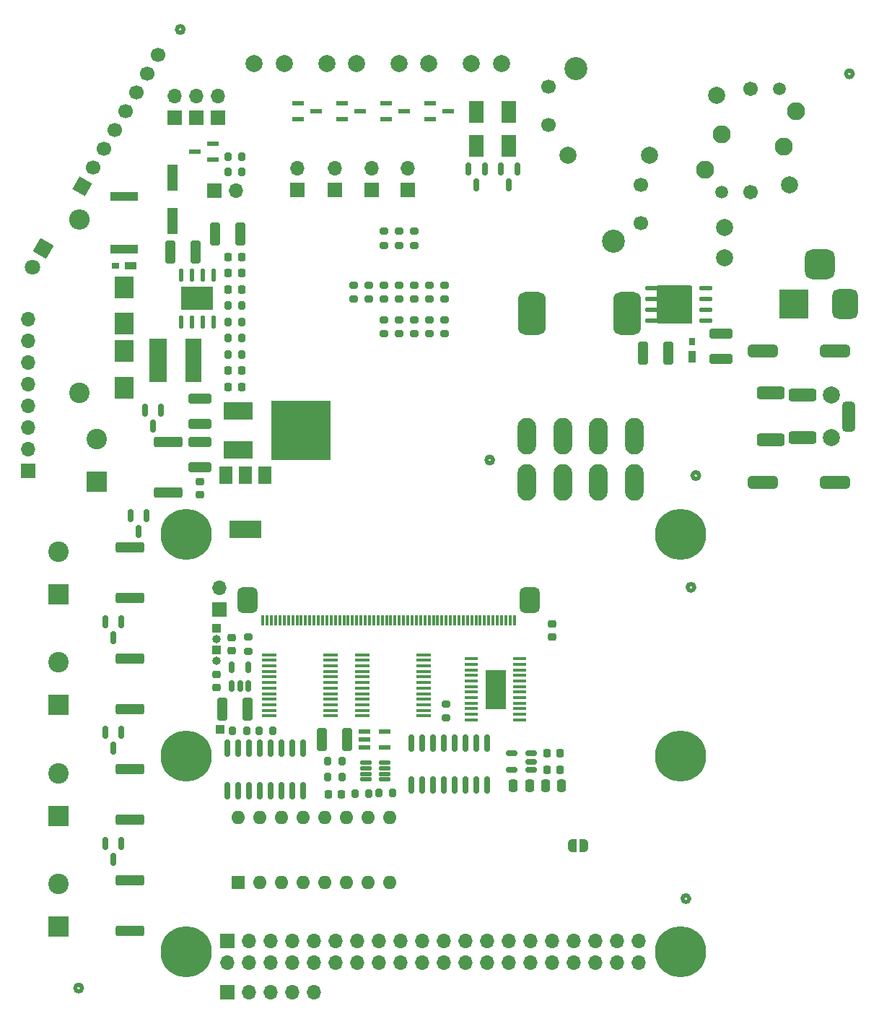
<source format=gts>
G04 #@! TF.GenerationSoftware,KiCad,Pcbnew,(6.0.5-0)*
G04 #@! TF.CreationDate,2022-10-21T13:34:59+09:00*
G04 #@! TF.ProjectId,qPCR-main,71504352-2d6d-4616-996e-2e6b69636164,rev?*
G04 #@! TF.SameCoordinates,Original*
G04 #@! TF.FileFunction,Soldermask,Top*
G04 #@! TF.FilePolarity,Negative*
%FSLAX46Y46*%
G04 Gerber Fmt 4.6, Leading zero omitted, Abs format (unit mm)*
G04 Created by KiCad (PCBNEW (6.0.5-0)) date 2022-10-21 13:34:59*
%MOMM*%
%LPD*%
G01*
G04 APERTURE LIST*
G04 Aperture macros list*
%AMRoundRect*
0 Rectangle with rounded corners*
0 $1 Rounding radius*
0 $2 $3 $4 $5 $6 $7 $8 $9 X,Y pos of 4 corners*
0 Add a 4 corners polygon primitive as box body*
4,1,4,$2,$3,$4,$5,$6,$7,$8,$9,$2,$3,0*
0 Add four circle primitives for the rounded corners*
1,1,$1+$1,$2,$3*
1,1,$1+$1,$4,$5*
1,1,$1+$1,$6,$7*
1,1,$1+$1,$8,$9*
0 Add four rect primitives between the rounded corners*
20,1,$1+$1,$2,$3,$4,$5,0*
20,1,$1+$1,$4,$5,$6,$7,0*
20,1,$1+$1,$6,$7,$8,$9,0*
20,1,$1+$1,$8,$9,$2,$3,0*%
%AMHorizOval*
0 Thick line with rounded ends*
0 $1 width*
0 $2 $3 position (X,Y) of the first rounded end (center of the circle)*
0 $4 $5 position (X,Y) of the second rounded end (center of the circle)*
0 Add line between two ends*
20,1,$1,$2,$3,$4,$5,0*
0 Add two circle primitives to create the rounded ends*
1,1,$1,$2,$3*
1,1,$1,$4,$5*%
%AMRotRect*
0 Rectangle, with rotation*
0 The origin of the aperture is its center*
0 $1 length*
0 $2 width*
0 $3 Rotation angle, in degrees counterclockwise*
0 Add horizontal line*
21,1,$1,$2,0,0,$3*%
%AMFreePoly0*
4,1,22,0.500000,-0.750000,0.000000,-0.750000,0.000000,-0.745033,-0.079941,-0.743568,-0.215256,-0.701293,-0.333266,-0.622738,-0.424486,-0.514219,-0.481581,-0.384460,-0.499164,-0.250000,-0.500000,-0.250000,-0.500000,0.250000,-0.499164,0.250000,-0.499963,0.256109,-0.478152,0.396186,-0.417904,0.524511,-0.324060,0.630769,-0.204165,0.706417,-0.067858,0.745374,0.000000,0.744959,0.000000,0.750000,
0.500000,0.750000,0.500000,-0.750000,0.500000,-0.750000,$1*%
%AMFreePoly1*
4,1,20,0.000000,0.744959,0.073905,0.744508,0.209726,0.703889,0.328688,0.626782,0.421226,0.519385,0.479903,0.390333,0.500000,0.250000,0.500000,-0.250000,0.499851,-0.262216,0.476331,-0.402017,0.414519,-0.529596,0.319384,-0.634700,0.198574,-0.708877,0.061801,-0.746166,0.000000,-0.745033,0.000000,-0.750000,-0.500000,-0.750000,-0.500000,0.750000,0.000000,0.750000,0.000000,0.744959,
0.000000,0.744959,$1*%
G04 Aperture macros list end*
%ADD10C,0.475000*%
%ADD11C,0.100000*%
%ADD12R,1.700000X1.700000*%
%ADD13O,1.700000X1.700000*%
%ADD14RotRect,1.800000X1.800000X240.000000*%
%ADD15C,1.800000*%
%ADD16RotRect,1.700000X1.700000X150.000000*%
%ADD17HorizOval,1.700000X0.000000X0.000000X0.000000X0.000000X0*%
%ADD18C,2.000000*%
%ADD19FreePoly0,180.000000*%
%ADD20FreePoly1,180.000000*%
%ADD21RoundRect,0.150000X-0.150000X0.587500X-0.150000X-0.587500X0.150000X-0.587500X0.150000X0.587500X0*%
%ADD22R,2.400000X2.400000*%
%ADD23C,2.400000*%
%ADD24RoundRect,0.250000X-0.250000X-0.475000X0.250000X-0.475000X0.250000X0.475000X-0.250000X0.475000X0*%
%ADD25R,2.300000X2.500000*%
%ADD26RoundRect,0.250000X-1.425000X0.362500X-1.425000X-0.362500X1.425000X-0.362500X1.425000X0.362500X0*%
%ADD27R,3.200000X1.000000*%
%ADD28R,1.900000X5.100000*%
%ADD29R,2.100000X5.100000*%
%ADD30RoundRect,0.225000X0.225000X0.250000X-0.225000X0.250000X-0.225000X-0.250000X0.225000X-0.250000X0*%
%ADD31RoundRect,0.225000X-0.225000X-0.250000X0.225000X-0.250000X0.225000X0.250000X-0.225000X0.250000X0*%
%ADD32R,1.800000X2.500000*%
%ADD33RoundRect,0.200000X-0.275000X0.200000X-0.275000X-0.200000X0.275000X-0.200000X0.275000X0.200000X0*%
%ADD34RoundRect,0.200000X0.275000X-0.200000X0.275000X0.200000X-0.275000X0.200000X-0.275000X-0.200000X0*%
%ADD35RoundRect,0.069795X-0.765205X-0.109794X0.765205X-0.109794X0.765205X0.109794X-0.765205X0.109794X0*%
%ADD36RoundRect,0.150000X-0.150000X0.825000X-0.150000X-0.825000X0.150000X-0.825000X0.150000X0.825000X0*%
%ADD37RoundRect,0.225000X0.250000X-0.225000X0.250000X0.225000X-0.250000X0.225000X-0.250000X-0.225000X0*%
%ADD38RoundRect,0.225000X-0.250000X0.225000X-0.250000X-0.225000X0.250000X-0.225000X0.250000X0.225000X0*%
%ADD39RoundRect,0.250000X0.325000X1.100000X-0.325000X1.100000X-0.325000X-1.100000X0.325000X-1.100000X0*%
%ADD40RoundRect,0.109795X-0.552705X-0.109795X0.552705X-0.109795X0.552705X0.109795X-0.552705X0.109795X0*%
%ADD41RoundRect,0.150000X0.150000X-0.512500X0.150000X0.512500X-0.150000X0.512500X-0.150000X-0.512500X0*%
%ADD42R,2.400000X4.680000*%
%ADD43RoundRect,0.100000X0.687500X0.100000X-0.687500X0.100000X-0.687500X-0.100000X0.687500X-0.100000X0*%
%ADD44RoundRect,0.200000X0.200000X0.275000X-0.200000X0.275000X-0.200000X-0.275000X0.200000X-0.275000X0*%
%ADD45R,1.600000X1.600000*%
%ADD46O,1.600000X1.600000*%
%ADD47R,1.473200X0.558800*%
%ADD48RoundRect,0.200000X-0.200000X-0.275000X0.200000X-0.275000X0.200000X0.275000X-0.200000X0.275000X0*%
%ADD49RoundRect,0.072295X0.072295X0.552705X-0.072295X0.552705X-0.072295X-0.552705X0.072295X-0.552705X0*%
%ADD50RoundRect,0.600000X0.600000X0.899999X-0.600000X0.899999X-0.600000X-0.899999X0.600000X-0.899999X0*%
%ADD51RoundRect,0.139700X-0.139700X0.590550X-0.139700X-0.590550X0.139700X-0.590550X0.139700X0.590550X0*%
%ADD52R,3.708400X2.717800*%
%ADD53C,2.108200*%
%ADD54C,1.498600*%
%ADD55C,1.701800*%
%ADD56C,2.006600*%
%ADD57C,2.700000*%
%ADD58C,1.700000*%
%ADD59R,1.320800X0.558800*%
%ADD60R,1.397000X0.889000*%
%ADD61R,0.863600X0.762000*%
%ADD62R,3.500000X3.500000*%
%ADD63RoundRect,0.750000X0.750000X1.000000X-0.750000X1.000000X-0.750000X-1.000000X0.750000X-1.000000X0*%
%ADD64RoundRect,0.875000X0.875000X0.875000X-0.875000X0.875000X-0.875000X-0.875000X0.875000X-0.875000X0*%
%ADD65R,1.500000X2.000000*%
%ADD66R,3.800000X2.000000*%
%ADD67R,0.889000X1.397000*%
%ADD68R,0.762000X0.863600*%
%ADD69RoundRect,0.114300X0.643700X0.114300X-0.643700X0.114300X-0.643700X-0.114300X0.643700X-0.114300X0*%
%ADD70RoundRect,0.114300X1.929700X2.090000X-1.929700X2.090000X-1.929700X-2.090000X1.929700X-2.090000X0*%
%ADD71RoundRect,0.250000X1.100000X-0.325000X1.100000X0.325000X-1.100000X0.325000X-1.100000X-0.325000X0*%
%ADD72RoundRect,0.812500X0.812500X1.687500X-0.812500X1.687500X-0.812500X-1.687500X0.812500X-1.687500X0*%
%ADD73O,2.400000X2.400000*%
%ADD74C,6.000000*%
%ADD75RoundRect,0.375000X1.275000X-0.375000X1.275000X0.375000X-1.275000X0.375000X-1.275000X-0.375000X0*%
%ADD76RoundRect,0.375000X0.375000X1.375000X-0.375000X1.375000X-0.375000X-1.375000X0.375000X-1.375000X0*%
%ADD77RoundRect,0.375000X-1.375000X0.375000X-1.375000X-0.375000X1.375000X-0.375000X1.375000X0.375000X0*%
%ADD78R,1.219200X3.098800*%
%ADD79RoundRect,0.150000X0.512500X0.150000X-0.512500X0.150000X-0.512500X-0.150000X0.512500X-0.150000X0*%
%ADD80RoundRect,0.250000X0.250000X0.475000X-0.250000X0.475000X-0.250000X-0.475000X0.250000X-0.475000X0*%
%ADD81RoundRect,0.250000X-0.325000X-1.100000X0.325000X-1.100000X0.325000X1.100000X-0.325000X1.100000X0*%
%ADD82R,3.500000X2.000000*%
%ADD83R,7.000000X7.000000*%
%ADD84R,1.000000X1.000000*%
%ADD85O,2.201600X4.301600*%
%ADD86O,1.000000X1.000000*%
G04 APERTURE END LIST*
D10*
X100225003Y-35109990D02*
G75*
G03*
X100225003Y-35109990I-400000J0D01*
G01*
X88300000Y-147500000D02*
G75*
G03*
X88300000Y-147500000I-400000J0D01*
G01*
X136536010Y-85589999D02*
G75*
G03*
X136536010Y-85589999I-400000J0D01*
G01*
X178724993Y-40299996D02*
G75*
G03*
X178724993Y-40299996I-400000J0D01*
G01*
X160705010Y-87409999D02*
G75*
G03*
X160705010Y-87409999I-400000J0D01*
G01*
X160140000Y-100510000D02*
G75*
G03*
X160140000Y-100510000I-400000J0D01*
G01*
X159540000Y-137010000D02*
G75*
G03*
X159540000Y-137010000I-400000J0D01*
G01*
G36*
X159761606Y-69458992D02*
G01*
X155773806Y-69458992D01*
X155773806Y-65140992D01*
X159761606Y-65140992D01*
X159761606Y-69458992D01*
G37*
D11*
X159761606Y-69458992D02*
X155773806Y-69458992D01*
X155773806Y-65140992D01*
X159761606Y-65140992D01*
X159761606Y-69458992D01*
D12*
X81979999Y-86844988D03*
D13*
X81979999Y-84304988D03*
X81979999Y-81764988D03*
X81979999Y-79224988D03*
X81979999Y-76684988D03*
X81979999Y-74144988D03*
X81979999Y-71604988D03*
X81979999Y-69064988D03*
D14*
X83760000Y-60770000D03*
D15*
X82490000Y-62969705D03*
D16*
X88312500Y-53515976D03*
D17*
X89582500Y-51316271D03*
X90852500Y-49116567D03*
X92122500Y-46916862D03*
X93392500Y-44717158D03*
X94662500Y-42517453D03*
X95932500Y-40317749D03*
X97202500Y-38118044D03*
D12*
X105370000Y-148000000D03*
D13*
X107910000Y-148000000D03*
X110450000Y-148000000D03*
X112990000Y-148000000D03*
X115530000Y-148000000D03*
D18*
X129000000Y-39100000D03*
X125500000Y-39100000D03*
D12*
X104399994Y-103105001D03*
D13*
X104399994Y-100565001D03*
D19*
X147140000Y-130800000D03*
D20*
X145840000Y-130800000D03*
D21*
X97560000Y-79732500D03*
X95660000Y-79732500D03*
X96610000Y-81607500D03*
X95870000Y-92062500D03*
X93970000Y-92062500D03*
X94920000Y-93937500D03*
X92926000Y-104512500D03*
X91026000Y-104512500D03*
X91976000Y-106387500D03*
X92926000Y-117512500D03*
X91026000Y-117512500D03*
X91976000Y-119387500D03*
X92926000Y-130512500D03*
X91026000Y-130512500D03*
X91976000Y-132387500D03*
D22*
X85546006Y-101319990D03*
D23*
X85546006Y-96319990D03*
D22*
X85546006Y-114319990D03*
D23*
X85546006Y-109319990D03*
D22*
X85546006Y-127319989D03*
D23*
X85546006Y-122319989D03*
D22*
X85546006Y-140319989D03*
D23*
X85546006Y-135319989D03*
D24*
X138902505Y-123797500D03*
X140802505Y-123797500D03*
D25*
X93220007Y-69619995D03*
X93220007Y-65319995D03*
X93220007Y-72799990D03*
X93220007Y-77099990D03*
D26*
X98430000Y-83457500D03*
X98430000Y-89382500D03*
X93936000Y-95857500D03*
X93936000Y-101782500D03*
X93936000Y-108857500D03*
X93936000Y-114782500D03*
X93936000Y-121857500D03*
X93936000Y-127782500D03*
X93936000Y-134857500D03*
X93936000Y-140782500D03*
D27*
X93220007Y-60900011D03*
X93220007Y-54700011D03*
D28*
X101395000Y-73880000D03*
D29*
X97195000Y-73880000D03*
D30*
X107004988Y-63677800D03*
X105454988Y-63677800D03*
D31*
X105454988Y-75107800D03*
X107004988Y-75107800D03*
D22*
X90030000Y-88090000D03*
D23*
X90030000Y-83090000D03*
D18*
X137500000Y-39100000D03*
X134000000Y-39100000D03*
X120500000Y-39100000D03*
X117000000Y-39100000D03*
D32*
X134590000Y-48790000D03*
X134590000Y-44790000D03*
X138400000Y-48790000D03*
X138400000Y-44790000D03*
D21*
X135540000Y-51452500D03*
X133640000Y-51452500D03*
X134590000Y-53327500D03*
X139350000Y-51452500D03*
X137450000Y-51452500D03*
X138400000Y-53327500D03*
D33*
X123725991Y-58779021D03*
X123725991Y-60429021D03*
D34*
X125503991Y-60429021D03*
X125503991Y-58779021D03*
D35*
X110245846Y-108425983D03*
X110245846Y-109075981D03*
X110245846Y-109725982D03*
X110245846Y-110375982D03*
X110245846Y-111025982D03*
X110245846Y-111675982D03*
X110245846Y-112325982D03*
X110245846Y-112975982D03*
X110245846Y-113625982D03*
X110245846Y-114275982D03*
X110245846Y-114925983D03*
X110245846Y-115575981D03*
X117445846Y-115575981D03*
X117445846Y-114925983D03*
X117445846Y-114275982D03*
X117445846Y-113625982D03*
X117445846Y-112975982D03*
X117445846Y-112325982D03*
X117445846Y-111675982D03*
X117445846Y-111025982D03*
X117445846Y-110375982D03*
X117445846Y-109725982D03*
X117445846Y-109075981D03*
X117445846Y-108425983D03*
D36*
X135865000Y-118745000D03*
X134595000Y-118745000D03*
X133325000Y-118745000D03*
X132055000Y-118745000D03*
X130785000Y-118745000D03*
X129515000Y-118745000D03*
X128245000Y-118745000D03*
X126975000Y-118745000D03*
X126975000Y-123695000D03*
X128245000Y-123695000D03*
X129515000Y-123695000D03*
X130785000Y-123695000D03*
X132055000Y-123695000D03*
X133325000Y-123695000D03*
X134595000Y-123695000D03*
X135865000Y-123695000D03*
D35*
X121135855Y-108425983D03*
X121135855Y-109075981D03*
X121135855Y-109725982D03*
X121135855Y-110375982D03*
X121135855Y-111025982D03*
X121135855Y-111675982D03*
X121135855Y-112325982D03*
X121135855Y-112975982D03*
X121135855Y-113625982D03*
X121135855Y-114275982D03*
X121135855Y-114925983D03*
X121135855Y-115575981D03*
X128335855Y-115575981D03*
X128335855Y-114925983D03*
X128335855Y-114275982D03*
X128335855Y-113625982D03*
X128335855Y-112975982D03*
X128335855Y-112325982D03*
X128335855Y-111675982D03*
X128335855Y-111025982D03*
X128335855Y-110375982D03*
X128335855Y-109725982D03*
X128335855Y-109075981D03*
X128335855Y-108425983D03*
D37*
X104069998Y-112284988D03*
X104069998Y-110734988D03*
D38*
X143430000Y-104765000D03*
X143430000Y-106315000D03*
X105885005Y-106405000D03*
X105885005Y-107955000D03*
D31*
X117164998Y-124822407D03*
X118714998Y-124822407D03*
D39*
X119414998Y-118369994D03*
X116464998Y-118369994D03*
D40*
X121562500Y-121075000D03*
X121562500Y-121725000D03*
X121562500Y-122375000D03*
X121562500Y-123025000D03*
X123837500Y-123025000D03*
X123837500Y-122375000D03*
X123837500Y-121725000D03*
X123837500Y-121075000D03*
D41*
X105887505Y-112127500D03*
X106837505Y-112127500D03*
X107787505Y-112127500D03*
X107787505Y-109852500D03*
X105887505Y-109852500D03*
D42*
X136804400Y-112471200D03*
D43*
X139666900Y-116046200D03*
X139666900Y-115396200D03*
X139666900Y-114746200D03*
X139666900Y-114096200D03*
X139666900Y-113446200D03*
X139666900Y-112796200D03*
X139666900Y-112146200D03*
X139666900Y-111496200D03*
X139666900Y-110846200D03*
X139666900Y-110196200D03*
X139666900Y-109546200D03*
X139666900Y-108896200D03*
X133941900Y-108896200D03*
X133941900Y-109546200D03*
X133941900Y-110196200D03*
X133941900Y-110846200D03*
X133941900Y-111496200D03*
X133941900Y-112146200D03*
X133941900Y-112796200D03*
X133941900Y-113446200D03*
X133941900Y-114096200D03*
X133941900Y-114746200D03*
X133941900Y-115396200D03*
X133941900Y-116046200D03*
D44*
X118764998Y-122765007D03*
X117114998Y-122765007D03*
D36*
X114255000Y-119395620D03*
X112985000Y-119395620D03*
X111715000Y-119395620D03*
X110445000Y-119395620D03*
X109175000Y-119395620D03*
X107905000Y-119395620D03*
X106635000Y-119395620D03*
X105365000Y-119395620D03*
X105365000Y-124345620D03*
X106635000Y-124345620D03*
X107905000Y-124345620D03*
X109175000Y-124345620D03*
X110445000Y-124345620D03*
X111715000Y-124345620D03*
X112985000Y-124345620D03*
X114255000Y-124345620D03*
D45*
X106585004Y-135149996D03*
D46*
X109125004Y-135149996D03*
X111665004Y-135149996D03*
X114205004Y-135149996D03*
X116745004Y-135149996D03*
X119285004Y-135149996D03*
X121825004Y-135149996D03*
X124365004Y-135149996D03*
X124365004Y-127529996D03*
X121825004Y-127529996D03*
X119285004Y-127529996D03*
X116745004Y-127529996D03*
X114205004Y-127529996D03*
X111665004Y-127529996D03*
X109125004Y-127529996D03*
X106585004Y-127529996D03*
D47*
X121416191Y-117419993D03*
X121416191Y-118369994D03*
X121416191Y-119319995D03*
X123803791Y-119319995D03*
X123803791Y-117419993D03*
D48*
X117114998Y-120860007D03*
X118764998Y-120860007D03*
X105965007Y-117320009D03*
X107615007Y-117320009D03*
D44*
X121975000Y-124690000D03*
X120325000Y-124690000D03*
D48*
X123085000Y-124640000D03*
X124735000Y-124640000D03*
D49*
X139019991Y-104340000D03*
X138519991Y-104340000D03*
X138019991Y-104340000D03*
X137519991Y-104340000D03*
X137019991Y-104340000D03*
X136519991Y-104340000D03*
X136019992Y-104340000D03*
X135519990Y-104340000D03*
X135019991Y-104340000D03*
X134519990Y-104340000D03*
X134019991Y-104340000D03*
X133519992Y-104340000D03*
X133019990Y-104340000D03*
X132519991Y-104340000D03*
X132019990Y-104340000D03*
X131519991Y-104340000D03*
X131019992Y-104340000D03*
X130519990Y-104340000D03*
X130019991Y-104340000D03*
X129519992Y-104340000D03*
X129019991Y-104340000D03*
X128519992Y-104340000D03*
X128019990Y-104340000D03*
X127519991Y-104340000D03*
X127019992Y-104340000D03*
X126519991Y-104340000D03*
X126019992Y-104340000D03*
X125519990Y-104340000D03*
X125019991Y-104340000D03*
X124519992Y-104340000D03*
X124019991Y-104340000D03*
X123519992Y-104340000D03*
X123019990Y-104340000D03*
X122519991Y-104340000D03*
X122019992Y-104340000D03*
X121519990Y-104340000D03*
X121019991Y-104340000D03*
X120519990Y-104340000D03*
X120019991Y-104340000D03*
X119519992Y-104340000D03*
X119019990Y-104340000D03*
X118519991Y-104340000D03*
X118019990Y-104340000D03*
X117519991Y-104340000D03*
X117019992Y-104340000D03*
X116519990Y-104340000D03*
X116019991Y-104340000D03*
X115519990Y-104340000D03*
X115019991Y-104340000D03*
X114519992Y-104340000D03*
X114019990Y-104340000D03*
X113519991Y-104340000D03*
X113019992Y-104340000D03*
X112519993Y-104340000D03*
X112019994Y-104340000D03*
X111519995Y-104340000D03*
X111019996Y-104340000D03*
X110519997Y-104340000D03*
X110019998Y-104340000D03*
X109519999Y-104340000D03*
D50*
X140819991Y-102015000D03*
X107720003Y-102015000D03*
D51*
X103715000Y-63925850D03*
X102445000Y-63925850D03*
X101175000Y-63925850D03*
X99905000Y-63925850D03*
X99905000Y-69374150D03*
X101175000Y-69374150D03*
X102445000Y-69374150D03*
X103715000Y-69374150D03*
D52*
X101810000Y-66650000D03*
D18*
X163669312Y-61854869D03*
X163669312Y-58354869D03*
D53*
X172059312Y-44714869D03*
D54*
X170109312Y-42064869D03*
D55*
X166709312Y-42064869D03*
D56*
X162759312Y-42864869D03*
D53*
X163359312Y-47364869D03*
X161359312Y-51514869D03*
D54*
X163309312Y-54164869D03*
D55*
X166709312Y-54164869D03*
D56*
X171259312Y-53364869D03*
D53*
X170659312Y-48864869D03*
D57*
X146249312Y-39724869D03*
D58*
X142999312Y-41824869D03*
X142999312Y-46324869D03*
D18*
X145349312Y-49824869D03*
X154849312Y-49824869D03*
D58*
X153899312Y-53324869D03*
X153899312Y-57824869D03*
D57*
X150649312Y-59924869D03*
D38*
X102089991Y-88135008D03*
X102089991Y-89685008D03*
D59*
X123942805Y-43760212D03*
X123942805Y-45639812D03*
X126127205Y-44700012D03*
X129107794Y-43760212D03*
X129107794Y-45639812D03*
X131292194Y-44700012D03*
X120962191Y-44700012D03*
X118777791Y-45639812D03*
X118777791Y-43760212D03*
X113612803Y-43760212D03*
X113612803Y-45639812D03*
X115797203Y-44700012D03*
D60*
X93969307Y-62770004D03*
D61*
X92204007Y-62770004D03*
D62*
X171828993Y-67310000D03*
D63*
X177828993Y-67310000D03*
D64*
X174828993Y-62610000D03*
D65*
X109769991Y-87400009D03*
X107469991Y-87400009D03*
X105169991Y-87400009D03*
D66*
X107469991Y-93700009D03*
D30*
X107004988Y-65582800D03*
X105454988Y-65582800D03*
D48*
X105404988Y-67487800D03*
X107054988Y-67487800D03*
D67*
X159900000Y-73499300D03*
D68*
X159900000Y-71734000D03*
D69*
X161510206Y-69204992D03*
X161510206Y-67934992D03*
X161510206Y-66664992D03*
X161510206Y-65394992D03*
D70*
X157773206Y-67304292D03*
D69*
X155168206Y-67934992D03*
X155168206Y-66664992D03*
X155168206Y-65394992D03*
X155168206Y-69204992D03*
D71*
X163230000Y-73745000D03*
X163230000Y-70795000D03*
D39*
X157065000Y-73030000D03*
X154115000Y-73030000D03*
D72*
X152285006Y-68409998D03*
X141035006Y-68409998D03*
D18*
X112000000Y-39100000D03*
X108500000Y-39100000D03*
D12*
X122292008Y-53920949D03*
D13*
X122292008Y-51380949D03*
D12*
X126483008Y-53920949D03*
D13*
X126483008Y-51380949D03*
D12*
X99140000Y-45435000D03*
D13*
X99140000Y-42895000D03*
D12*
X101680000Y-45435000D03*
D13*
X101680000Y-42895000D03*
D12*
X104220000Y-45435000D03*
D13*
X104220000Y-42895000D03*
D12*
X117974999Y-53920949D03*
D13*
X117974999Y-51380949D03*
D12*
X113530000Y-53920945D03*
D13*
X113530000Y-51380945D03*
D33*
X130838000Y-65095000D03*
X130838000Y-66745000D03*
D34*
X120169991Y-66745010D03*
X120169991Y-65095010D03*
X127281991Y-66745010D03*
X127281991Y-65095010D03*
X129060000Y-66745000D03*
X129060000Y-65095000D03*
X121947991Y-66745010D03*
X121947991Y-65095010D03*
X123725991Y-66745010D03*
X123725991Y-65095010D03*
X125504000Y-66745000D03*
X125504000Y-65095000D03*
D33*
X130838000Y-69125000D03*
X130838000Y-70775000D03*
D34*
X127281991Y-60429021D03*
X127281991Y-58779021D03*
D33*
X127282000Y-69125000D03*
X127282000Y-70775000D03*
X129060000Y-69125000D03*
X129060000Y-70775000D03*
X125504000Y-69125000D03*
X125504000Y-70775000D03*
X123725991Y-69125000D03*
X123725991Y-70775000D03*
D34*
X131010000Y-115845000D03*
X131010000Y-114195000D03*
D23*
X88000000Y-77725000D03*
D73*
X88000000Y-57405000D03*
D74*
X158499995Y-120269995D03*
X100499995Y-94269995D03*
X158499995Y-143269995D03*
X158499995Y-94269995D03*
X100499995Y-120269995D03*
X100499995Y-143269995D03*
D12*
X105369995Y-141999995D03*
D13*
X105369995Y-144539995D03*
X107909995Y-141999995D03*
X107909995Y-144539995D03*
X110449995Y-141999995D03*
X110449995Y-144539995D03*
X112989995Y-141999995D03*
X112989995Y-144539995D03*
X115529995Y-141999995D03*
X115529995Y-144539995D03*
X118069995Y-141999995D03*
X118069995Y-144539995D03*
X120609995Y-141999995D03*
X120609995Y-144539995D03*
X123149995Y-141999995D03*
X123149995Y-144539995D03*
X125689995Y-141999995D03*
X125689995Y-144539995D03*
X128229995Y-141999995D03*
X128229995Y-144539995D03*
X130769995Y-141999995D03*
X130769995Y-144539995D03*
X133309995Y-141999995D03*
X133309995Y-144539995D03*
X135849995Y-141999995D03*
X135849995Y-144539995D03*
X138389995Y-141999995D03*
X138389995Y-144539995D03*
X140929995Y-141999995D03*
X140929995Y-144539995D03*
X143469995Y-141999995D03*
X143469995Y-144539995D03*
X146009995Y-141999995D03*
X146009995Y-144539995D03*
X148549995Y-141999995D03*
X148549995Y-144539995D03*
X151089995Y-141999995D03*
X151089995Y-144539995D03*
X153629995Y-141999995D03*
X153629995Y-144539995D03*
D48*
X105404988Y-73202800D03*
X107054988Y-73202800D03*
X105404988Y-51816000D03*
X107054988Y-51816000D03*
X107054988Y-50038000D03*
X105404988Y-50038000D03*
D59*
X103692200Y-50339800D03*
X103692200Y-48460200D03*
X101507800Y-49400000D03*
D71*
X102089991Y-81314998D03*
X102089991Y-78364998D03*
X102089991Y-86394998D03*
X102089991Y-83444998D03*
D18*
X176250008Y-77975988D03*
X176250008Y-82975988D03*
D75*
X169100008Y-83225988D03*
X169100008Y-77725988D03*
X172850008Y-82975988D03*
X172850008Y-77975988D03*
D76*
X178250008Y-80475988D03*
D77*
X168150008Y-88175988D03*
X176650008Y-88175988D03*
X168150008Y-72775988D03*
X176650008Y-72775988D03*
D39*
X106885000Y-59105800D03*
X103935000Y-59105800D03*
D30*
X107004988Y-61772800D03*
X105454988Y-61772800D03*
D78*
X98940010Y-57602704D03*
X98940010Y-52497304D03*
D79*
X140990005Y-121890000D03*
X140990005Y-120940000D03*
X140990005Y-119990000D03*
X138715005Y-119990000D03*
X138715005Y-121890000D03*
D30*
X144367502Y-119987500D03*
X142817502Y-119987500D03*
D34*
X107790005Y-108005000D03*
X107790005Y-106355000D03*
D44*
X107054988Y-71297800D03*
X105404988Y-71297800D03*
D48*
X109035004Y-117320009D03*
X110685004Y-117320009D03*
D80*
X144542502Y-123797500D03*
X142642502Y-123797500D03*
D81*
X104765000Y-114800000D03*
X107715000Y-114800000D03*
D82*
X106605000Y-79830000D03*
X106605000Y-84410000D03*
D83*
X114005000Y-82130000D03*
D30*
X107004988Y-77012800D03*
X105454988Y-77012800D03*
D48*
X105404988Y-69392800D03*
X107054988Y-69392800D03*
D30*
X144367502Y-121892500D03*
X142817502Y-121892500D03*
D81*
X98690000Y-61210000D03*
X101640000Y-61210000D03*
D13*
X106390000Y-53985000D03*
D12*
X103850000Y-53985000D03*
D84*
X104510000Y-117200000D03*
D85*
X140490004Y-88250007D03*
X144690004Y-88250007D03*
X148890004Y-88250007D03*
X153090004Y-88250007D03*
X140490004Y-82750007D03*
X144690004Y-82750007D03*
X148890004Y-82750007D03*
X153090004Y-82750007D03*
D84*
X104069998Y-107890005D03*
D86*
X104069998Y-109160005D03*
D84*
X104069998Y-105350005D03*
D86*
X104069998Y-106620005D03*
M02*

</source>
